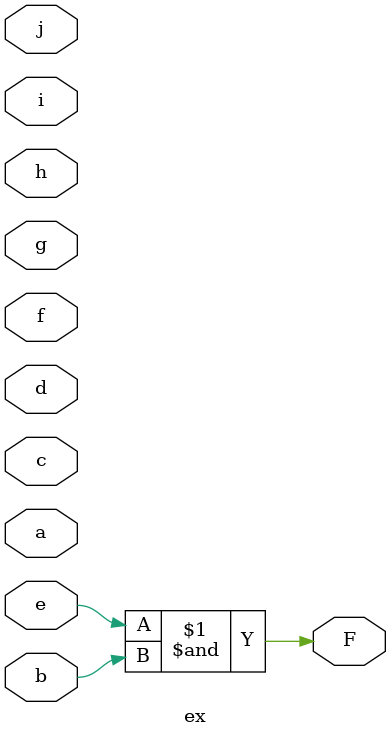
<source format=v>

module ex ( 
    a, b, c, d, e, f, g, h, i, j,
    F  );
  input  a, b, c, d, e, f, g, h, i, j;
  output F;
  assign F = e & b;
endmodule



</source>
